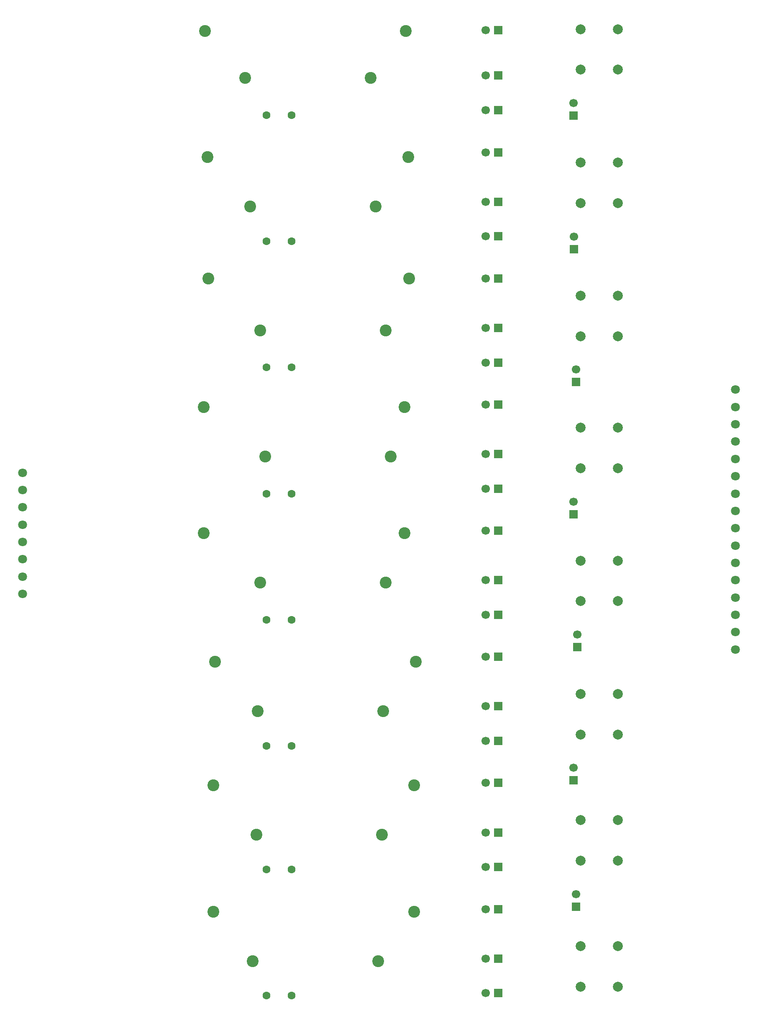
<source format=gbr>
%TF.GenerationSoftware,KiCad,Pcbnew,9.0.5*%
%TF.CreationDate,2025-11-16T19:12:02-08:00*%
%TF.ProjectId,measurementcircuit,6d656173-7572-4656-9d65-6e7463697263,rev?*%
%TF.SameCoordinates,Original*%
%TF.FileFunction,Soldermask,Bot*%
%TF.FilePolarity,Negative*%
%FSLAX46Y46*%
G04 Gerber Fmt 4.6, Leading zero omitted, Abs format (unit mm)*
G04 Created by KiCad (PCBNEW 9.0.5) date 2025-11-16 19:12:02*
%MOMM*%
%LPD*%
G01*
G04 APERTURE LIST*
%ADD10C,1.700000*%
%ADD11R,1.700000X1.700000*%
%ADD12C,2.400000*%
%ADD13C,2.000000*%
%ADD14C,1.600000*%
%ADD15C,1.800000*%
G04 APERTURE END LIST*
D10*
%TO.C,J21*%
X-88040000Y48000000D03*
D11*
X-85500000Y48000000D03*
%TD*%
%TO.C,J30*%
X-85500000Y-28500000D03*
D10*
X-88040000Y-28500000D03*
%TD*%
D11*
%TO.C,J22*%
X-85500000Y39500000D03*
D10*
X-88040000Y39500000D03*
%TD*%
D11*
%TO.C,J33*%
X-85500000Y-54000000D03*
D10*
X-88040000Y-54000000D03*
%TD*%
D11*
%TO.C,J16*%
X-69784999Y-112990000D03*
D10*
X-69784999Y-110450000D03*
%TD*%
D12*
%TO.C,R14*%
X-108300000Y-47500000D03*
X-133700000Y-47500000D03*
%TD*%
D11*
%TO.C,J35*%
X-85500000Y-72500000D03*
D10*
X-88040000Y-72500000D03*
%TD*%
D13*
%TO.C,J7*%
X-68789999Y-43057961D03*
X-68789999Y-51257960D03*
X-61289999Y-43057961D03*
X-61289999Y-51257960D03*
%TD*%
D11*
%TO.C,J42*%
X-85500000Y-130500000D03*
D10*
X-88040000Y-130500000D03*
%TD*%
D11*
%TO.C,J9*%
X-70154999Y19907761D03*
D10*
X-70154999Y22447761D03*
%TD*%
D12*
%TO.C,R19*%
X-102500000Y-88500000D03*
X-143140000Y-88500000D03*
%TD*%
D11*
%TO.C,J1*%
X-85500000Y64222761D03*
D10*
X-88040000Y64222761D03*
%TD*%
D12*
%TO.C,R22*%
X-102500000Y-114000000D03*
X-143140000Y-114000000D03*
%TD*%
D14*
%TO.C,R9*%
X-127335651Y-4000000D03*
X-132415651Y-4000000D03*
%TD*%
D12*
%TO.C,R1*%
X-104180000Y64000000D03*
X-144820000Y64000000D03*
%TD*%
D11*
%TO.C,J25*%
X-85500000Y14000000D03*
D10*
X-88040000Y14000000D03*
%TD*%
D12*
%TO.C,R5*%
X-110300000Y28500000D03*
X-135700000Y28500000D03*
%TD*%
D11*
%TO.C,J27*%
X-85500000Y-3000000D03*
D10*
X-88040000Y-3000000D03*
%TD*%
D11*
%TO.C,J26*%
X-85500000Y4000000D03*
D10*
X-88040000Y4000000D03*
%TD*%
D14*
%TO.C,R18*%
X-127335651Y-80500000D03*
X-132415651Y-80500000D03*
%TD*%
D12*
%TO.C,R17*%
X-108800000Y-73500000D03*
X-134200000Y-73500000D03*
%TD*%
D11*
%TO.C,J28*%
X-85500000Y-11500000D03*
D10*
X-88040000Y-11500000D03*
%TD*%
D13*
%TO.C,J18*%
X-68789999Y-69993882D03*
X-68789999Y-78193881D03*
X-61289999Y-69993882D03*
X-61289999Y-78193881D03*
%TD*%
D11*
%TO.C,J12*%
X-69500000Y-60540000D03*
D10*
X-69500000Y-58000000D03*
%TD*%
D14*
%TO.C,R21*%
X-127335651Y-105500000D03*
X-132415651Y-105500000D03*
%TD*%
D12*
%TO.C,R2*%
X-111300000Y54500000D03*
X-136700000Y54500000D03*
%TD*%
D14*
%TO.C,R6*%
X-127335651Y21500000D03*
X-132415651Y21500000D03*
%TD*%
D12*
%TO.C,R23*%
X-109800000Y-124000000D03*
X-135200000Y-124000000D03*
%TD*%
D11*
%TO.C,J15*%
X-70284999Y-87475921D03*
D10*
X-70284999Y-84935921D03*
%TD*%
D11*
%TO.C,J2*%
X-85500000Y55000000D03*
D10*
X-88040000Y55000000D03*
%TD*%
D11*
%TO.C,J10*%
X-69789999Y-6948160D03*
D10*
X-69789999Y-4408160D03*
%TD*%
D14*
%TO.C,R24*%
X-127335651Y-131000000D03*
X-132415651Y-131000000D03*
%TD*%
%TO.C,R15*%
X-127335651Y-55000000D03*
X-132415651Y-55000000D03*
%TD*%
D11*
%TO.C,J32*%
X-85500000Y-47000000D03*
D10*
X-88040000Y-47000000D03*
%TD*%
D12*
%TO.C,R10*%
X-104500000Y-12000000D03*
X-145140000Y-12000000D03*
%TD*%
D11*
%TO.C,J11*%
X-70289999Y-33674080D03*
D10*
X-70289999Y-31134080D03*
%TD*%
D11*
%TO.C,J8*%
X-70289999Y46903681D03*
D10*
X-70289999Y49443681D03*
%TD*%
D11*
%TO.C,J39*%
X-85500000Y-105000000D03*
D10*
X-88040000Y-105000000D03*
%TD*%
D12*
%TO.C,R7*%
X-103500000Y14000000D03*
X-144140000Y14000000D03*
%TD*%
D13*
%TO.C,J3*%
X-68789999Y64385720D03*
X-68789999Y56185721D03*
X-61289999Y64385720D03*
X-61289999Y56185721D03*
%TD*%
D12*
%TO.C,R20*%
X-109000000Y-98500000D03*
X-134400000Y-98500000D03*
%TD*%
D13*
%TO.C,J5*%
X-68789999Y10533879D03*
X-68789999Y2333880D03*
X-61289999Y10533879D03*
X-61289999Y2333880D03*
%TD*%
%TO.C,J6*%
X-68789999Y-16192041D03*
X-68789999Y-24392040D03*
X-61289999Y-16192041D03*
X-61289999Y-24392040D03*
%TD*%
D11*
%TO.C,J23*%
X-85500000Y29500000D03*
D10*
X-88040000Y29500000D03*
%TD*%
D11*
%TO.C,J40*%
X-85500000Y-113500000D03*
D10*
X-88040000Y-113500000D03*
%TD*%
D11*
%TO.C,J36*%
X-85500000Y-79500000D03*
D10*
X-88040000Y-79500000D03*
%TD*%
D13*
%TO.C,J19*%
X-68789999Y-95507961D03*
X-68789999Y-103707960D03*
X-61289999Y-95507961D03*
X-61289999Y-103707960D03*
%TD*%
D14*
%TO.C,R12*%
X-127335651Y-29500000D03*
X-132415651Y-29500000D03*
%TD*%
D12*
%TO.C,R4*%
X-103680000Y38500000D03*
X-144320000Y38500000D03*
%TD*%
D15*
%TO.C,J13*%
X-181789999Y-25277238D03*
X-181789999Y-28777238D03*
X-181789999Y-32277239D03*
X-181789999Y-35777240D03*
X-181789999Y-39277240D03*
X-181789999Y-42777241D03*
X-181789999Y-46277241D03*
X-181789999Y-49777242D03*
%TD*%
D14*
%TO.C,R3*%
X-127335651Y47000000D03*
X-132415651Y47000000D03*
%TD*%
D11*
%TO.C,J31*%
X-85500000Y-37000000D03*
D10*
X-88040000Y-37000000D03*
%TD*%
D12*
%TO.C,R16*%
X-102180000Y-63500000D03*
X-142820000Y-63500000D03*
%TD*%
D11*
%TO.C,J41*%
X-85500000Y-123500000D03*
D10*
X-88040000Y-123500000D03*
%TD*%
D11*
%TO.C,J34*%
X-85500000Y-62500000D03*
D10*
X-88040000Y-62500000D03*
%TD*%
D12*
%TO.C,R8*%
X-108300000Y3500000D03*
X-133700000Y3500000D03*
%TD*%
D13*
%TO.C,J20*%
X-68789999Y-121022040D03*
X-68789999Y-129222039D03*
X-61289999Y-121022040D03*
X-61289999Y-129222039D03*
%TD*%
D11*
%TO.C,J24*%
X-85500000Y22500000D03*
D10*
X-88040000Y22500000D03*
%TD*%
D12*
%TO.C,R11*%
X-107300000Y-22000000D03*
X-132700000Y-22000000D03*
%TD*%
D11*
%TO.C,J29*%
X-85500000Y-21500000D03*
D10*
X-88040000Y-21500000D03*
%TD*%
D11*
%TO.C,J38*%
X-85500000Y-98000000D03*
D10*
X-88040000Y-98000000D03*
%TD*%
D11*
%TO.C,J37*%
X-85500000Y-88000000D03*
D10*
X-88040000Y-88000000D03*
%TD*%
D13*
%TO.C,J4*%
X-68789999Y37389800D03*
X-68789999Y29189801D03*
X-61289999Y37389800D03*
X-61289999Y29189801D03*
%TD*%
D12*
%TO.C,R13*%
X-104500000Y-37500000D03*
X-145140000Y-37500000D03*
%TD*%
D15*
%TO.C,J17*%
X-37500000Y-8499991D03*
X-37500000Y-11999999D03*
X-37500000Y-15500000D03*
X-37500000Y-19000001D03*
X-37500000Y-22500001D03*
X-37500000Y-26000002D03*
X-37500000Y-29500003D03*
X-37500000Y-33000003D03*
X-37500000Y-36500004D03*
X-37500000Y-40000004D03*
X-37500000Y-43500005D03*
X-37500000Y-47000006D03*
X-37500000Y-50500006D03*
X-37500000Y-54000007D03*
X-37500000Y-57500007D03*
X-37500000Y-61000008D03*
%TD*%
M02*

</source>
